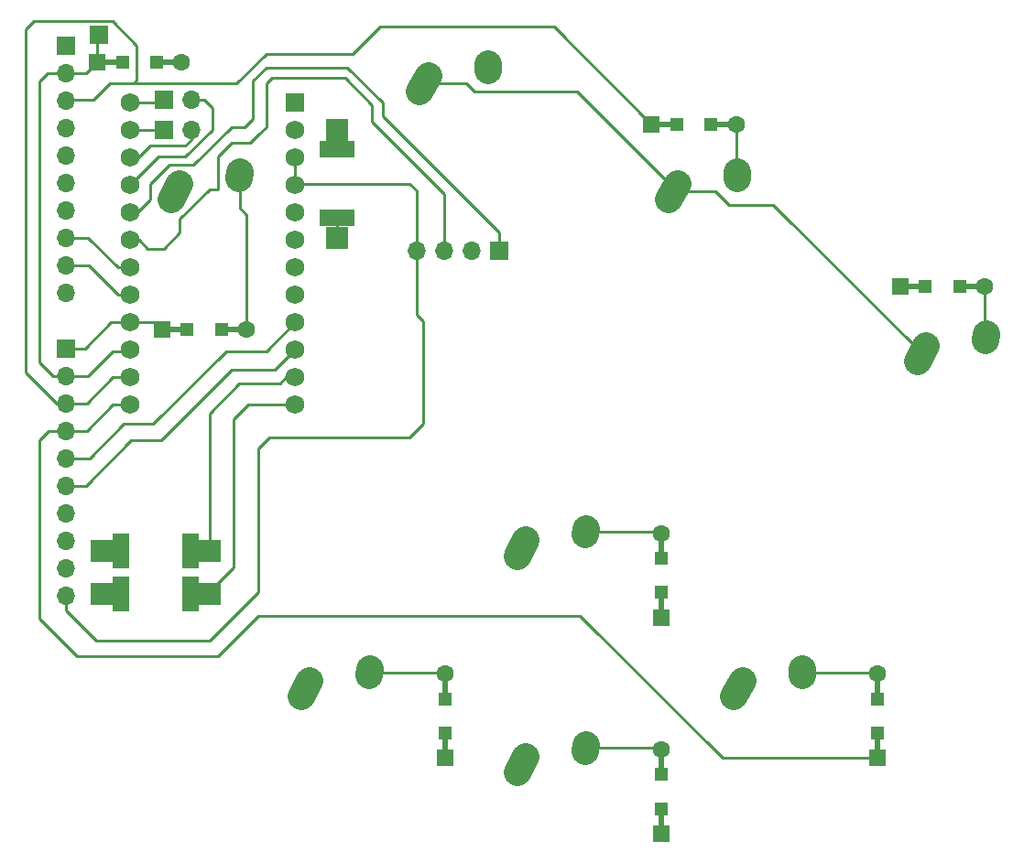
<source format=gbr>
G04 #@! TF.GenerationSoftware,KiCad,Pcbnew,(5.1.2)-2*
G04 #@! TF.CreationDate,2019-07-07T18:04:58+10:00*
G04 #@! TF.ProjectId,Right_Combined_Micro,52696768-745f-4436-9f6d-62696e65645f,rev?*
G04 #@! TF.SameCoordinates,Original*
G04 #@! TF.FileFunction,Copper,L1,Top*
G04 #@! TF.FilePolarity,Positive*
%FSLAX46Y46*%
G04 Gerber Fmt 4.6, Leading zero omitted, Abs format (unit mm)*
G04 Created by KiCad (PCBNEW (5.1.2)-2) date 2019-07-07 18:04:58*
%MOMM*%
%LPD*%
G04 APERTURE LIST*
%ADD10R,1.752600X1.752600*%
%ADD11C,1.752600*%
%ADD12R,1.200000X1.200000*%
%ADD13R,1.600000X1.600000*%
%ADD14C,1.600000*%
%ADD15R,2.500000X0.500000*%
%ADD16R,0.500000X2.500000*%
%ADD17R,1.700000X1.700000*%
%ADD18O,1.700000X1.700000*%
%ADD19C,2.500000*%
%ADD20C,2.500000*%
%ADD21R,1.600200X3.200400*%
%ADD22R,1.998980X1.998980*%
%ADD23R,3.200400X1.600200*%
%ADD24C,0.250000*%
G04 APERTURE END LIST*
D10*
X126120000Y-38530000D03*
D11*
X126120000Y-41070000D03*
X126120000Y-43610000D03*
X126120000Y-46150000D03*
X126120000Y-48690000D03*
X126120000Y-51230000D03*
X126120000Y-53770000D03*
X126120000Y-56310000D03*
X126120000Y-58850000D03*
X126120000Y-61390000D03*
X126120000Y-63930000D03*
X126120000Y-66470000D03*
X110880000Y-66470000D03*
X110880000Y-63930000D03*
X110880000Y-61390000D03*
X110880000Y-58850000D03*
X110880000Y-56310000D03*
X110880000Y-53770000D03*
X110880000Y-51230000D03*
X110880000Y-48690000D03*
X110880000Y-46150000D03*
X110880000Y-43610000D03*
X110880000Y-41070000D03*
X110880000Y-38530000D03*
D12*
X119325000Y-59500000D03*
X116175000Y-59500000D03*
D13*
X113850000Y-59500000D03*
D14*
X121650000Y-59500000D03*
D15*
X115050000Y-59500000D03*
X120450000Y-59500000D03*
D12*
X113325000Y-34750000D03*
X110175000Y-34750000D03*
D13*
X107850000Y-34750000D03*
D14*
X115650000Y-34750000D03*
D15*
X109050000Y-34750000D03*
X114450000Y-34750000D03*
D12*
X164575000Y-40500000D03*
X161425000Y-40500000D03*
D13*
X159100000Y-40500000D03*
D14*
X166900000Y-40500000D03*
D15*
X160300000Y-40500000D03*
X165700000Y-40500000D03*
D12*
X187575000Y-55500000D03*
X184425000Y-55500000D03*
D13*
X182100000Y-55500000D03*
D14*
X189900000Y-55500000D03*
D15*
X183300000Y-55500000D03*
X188700000Y-55500000D03*
D12*
X140000000Y-93675000D03*
X140000000Y-96825000D03*
D13*
X140000000Y-99150000D03*
D14*
X140000000Y-91350000D03*
D16*
X140000000Y-97950000D03*
X140000000Y-92550000D03*
D12*
X160000000Y-80675000D03*
X160000000Y-83825000D03*
D13*
X160000000Y-86150000D03*
D14*
X160000000Y-78350000D03*
D16*
X160000000Y-84950000D03*
X160000000Y-79550000D03*
D12*
X160000000Y-100675000D03*
X160000000Y-103825000D03*
D13*
X160000000Y-106150000D03*
D14*
X160000000Y-98350000D03*
D16*
X160000000Y-104950000D03*
X160000000Y-99550000D03*
D12*
X180000000Y-93675000D03*
X180000000Y-96825000D03*
D13*
X180000000Y-99150000D03*
D14*
X180000000Y-91350000D03*
D16*
X180000000Y-97950000D03*
X180000000Y-92550000D03*
D17*
X114000000Y-38250000D03*
D18*
X116540000Y-38250000D03*
D17*
X145000000Y-52250000D03*
D18*
X142460000Y-52250000D03*
X139920000Y-52250000D03*
X137380000Y-52250000D03*
D17*
X114000000Y-41000000D03*
D18*
X116540000Y-41000000D03*
D19*
X115095000Y-46730000D03*
D20*
X115500453Y-46000046D02*
X114689547Y-47459954D01*
D19*
X121020000Y-45210000D03*
D20*
X121039724Y-44920672D02*
X121000276Y-45499328D01*
D19*
X138095000Y-36730000D03*
D20*
X138500453Y-36000046D02*
X137689547Y-37459954D01*
D19*
X144020000Y-35210000D03*
D20*
X144039724Y-34920672D02*
X144000276Y-35499328D01*
D19*
X161095000Y-46730000D03*
D20*
X161500453Y-46000046D02*
X160689547Y-47459954D01*
D19*
X167020000Y-45210000D03*
D20*
X167039724Y-44920672D02*
X167000276Y-45499328D01*
D19*
X184095000Y-61730000D03*
D20*
X184500453Y-61000046D02*
X183689547Y-62459954D01*
D19*
X190020000Y-60210000D03*
D20*
X190039724Y-59920672D02*
X190000276Y-60499328D01*
D19*
X127095000Y-92730000D03*
D20*
X127500453Y-92000046D02*
X126689547Y-93459954D01*
D19*
X133020000Y-91210000D03*
D20*
X133039724Y-90920672D02*
X133000276Y-91499328D01*
D19*
X147095000Y-79730000D03*
D20*
X147500453Y-79000046D02*
X146689547Y-80459954D01*
D19*
X153020000Y-78210000D03*
D20*
X153039724Y-77920672D02*
X153000276Y-78499328D01*
D19*
X147095000Y-99730000D03*
D20*
X147500453Y-99000046D02*
X146689547Y-100459954D01*
D19*
X153020000Y-98210000D03*
D20*
X153039724Y-97920672D02*
X153000276Y-98499328D01*
D19*
X167095000Y-92730000D03*
D20*
X167500453Y-92000046D02*
X166689547Y-93459954D01*
D19*
X173020000Y-91210000D03*
D20*
X173039724Y-90920672D02*
X173000276Y-91499328D01*
D17*
X105000000Y-33250000D03*
D18*
X105000000Y-35790000D03*
X105000000Y-38330000D03*
X105000000Y-40870000D03*
X105000000Y-43410000D03*
X105000000Y-45950000D03*
X105000000Y-48490000D03*
X105000000Y-51030000D03*
X105000000Y-53570000D03*
X105000000Y-56110000D03*
D17*
X105000000Y-61250000D03*
D18*
X105000000Y-63790000D03*
X105000000Y-66330000D03*
X105000000Y-68870000D03*
X105000000Y-71410000D03*
X105000000Y-73950000D03*
X105000000Y-76490000D03*
X105000000Y-79030000D03*
X105000000Y-81570000D03*
X105000000Y-84110000D03*
D21*
X116450400Y-84000000D03*
X110049600Y-84000000D03*
D22*
X118251260Y-84000000D03*
X108248740Y-84000000D03*
D21*
X116450400Y-80000000D03*
X110049600Y-80000000D03*
D22*
X118251260Y-80000000D03*
X108248740Y-80000000D03*
D23*
X130000000Y-42799600D03*
X130000000Y-49200400D03*
D22*
X130000000Y-40998740D03*
X130000000Y-51001260D03*
D17*
X108000000Y-32250000D03*
D24*
X121020000Y-45210000D02*
X121020000Y-48270000D01*
X121020000Y-48270000D02*
X121650000Y-48900000D01*
X121650000Y-48900000D02*
X121650000Y-59500000D01*
X110880000Y-58850000D02*
X113200000Y-58850000D01*
X113200000Y-58850000D02*
X113850000Y-59500000D01*
X105000000Y-33250000D02*
X104500000Y-33250000D01*
X105000000Y-61250000D02*
X106750000Y-61250000D01*
X109150000Y-58850000D02*
X110880000Y-58850000D01*
X106750000Y-61250000D02*
X109150000Y-58850000D01*
X107850000Y-34750000D02*
X107850000Y-32400000D01*
X107850000Y-32400000D02*
X108000000Y-32250000D01*
X105000000Y-35790000D02*
X106810000Y-35790000D01*
X106810000Y-35790000D02*
X107850000Y-34750000D01*
X105000000Y-35790000D02*
X103290000Y-35790000D01*
X103790000Y-63790000D02*
X105000000Y-63790000D01*
X102500000Y-62500000D02*
X103790000Y-63790000D01*
X102500000Y-36580000D02*
X102500000Y-62500000D01*
X103290000Y-35790000D02*
X102500000Y-36580000D01*
X105000000Y-63790000D02*
X106960000Y-63790000D01*
X106960000Y-63790000D02*
X109250000Y-61500000D01*
X109250000Y-61500000D02*
X110770000Y-61500000D01*
X110770000Y-61500000D02*
X110880000Y-61390000D01*
X166900000Y-40500000D02*
X166900000Y-45090000D01*
X166900000Y-45090000D02*
X167020000Y-45210000D01*
X111250000Y-36750000D02*
X120750000Y-36750000D01*
X150100000Y-31500000D02*
X159100000Y-40500000D01*
X134000000Y-31500000D02*
X150100000Y-31500000D01*
X131500000Y-34000000D02*
X134000000Y-31500000D01*
X123500000Y-34000000D02*
X131500000Y-34000000D01*
X120750000Y-36750000D02*
X123500000Y-34000000D01*
X107500000Y-38250000D02*
X109000000Y-36750000D01*
X104080000Y-66330000D02*
X101250000Y-63500000D01*
X101250000Y-63500000D02*
X101250000Y-31750000D01*
X101250000Y-31750000D02*
X102000000Y-31000000D01*
X102000000Y-31000000D02*
X109250000Y-31000000D01*
X109250000Y-31000000D02*
X111500000Y-33250000D01*
X105080000Y-38250000D02*
X107500000Y-38250000D01*
X104080000Y-66330000D02*
X105000000Y-66330000D01*
X111500000Y-36500000D02*
X111500000Y-33250000D01*
X111250000Y-36750000D02*
X111500000Y-36500000D01*
X109000000Y-36750000D02*
X111250000Y-36750000D01*
X105080000Y-38250000D02*
X105000000Y-38330000D01*
X105000000Y-66330000D02*
X106920000Y-66330000D01*
X106920000Y-66330000D02*
X109320000Y-63930000D01*
X109320000Y-63930000D02*
X110880000Y-63930000D01*
X189900000Y-55500000D02*
X189900000Y-60090000D01*
X189900000Y-60090000D02*
X190020000Y-60210000D01*
X105000000Y-68870000D02*
X103380000Y-68870000D01*
X165650000Y-99150000D02*
X180000000Y-99150000D01*
X152500000Y-86000000D02*
X165650000Y-99150000D01*
X122750000Y-86000000D02*
X152500000Y-86000000D01*
X119000000Y-89750000D02*
X122750000Y-86000000D01*
X106000000Y-89750000D02*
X119000000Y-89750000D01*
X102500000Y-86250000D02*
X106000000Y-89750000D01*
X102500000Y-69750000D02*
X102500000Y-86250000D01*
X103380000Y-68870000D02*
X102500000Y-69750000D01*
X105000000Y-68870000D02*
X106880000Y-68870000D01*
X106880000Y-68870000D02*
X109280000Y-66470000D01*
X109280000Y-66470000D02*
X110880000Y-66470000D01*
X133020000Y-91210000D02*
X139860000Y-91210000D01*
X139860000Y-91210000D02*
X140000000Y-91350000D01*
X153020000Y-78210000D02*
X159860000Y-78210000D01*
X159860000Y-78210000D02*
X160000000Y-78350000D01*
X153020000Y-98210000D02*
X159860000Y-98210000D01*
X159860000Y-98210000D02*
X160000000Y-98350000D01*
X173020000Y-91210000D02*
X179860000Y-91210000D01*
X179860000Y-91210000D02*
X180000000Y-91350000D01*
X130000000Y-49200400D02*
X130000000Y-51001260D01*
X109750000Y-53750000D02*
X110860000Y-53750000D01*
X110860000Y-53750000D02*
X110880000Y-53770000D01*
X105000000Y-51030000D02*
X107030000Y-51030000D01*
X107030000Y-51030000D02*
X109750000Y-53750000D01*
X109750000Y-53750000D02*
X109770000Y-53770000D01*
X105000000Y-53570000D02*
X107070000Y-53570000D01*
X109810000Y-56310000D02*
X110880000Y-56310000D01*
X107070000Y-53570000D02*
X109810000Y-56310000D01*
X105000000Y-84110000D02*
X105000000Y-85500000D01*
X137380000Y-58130000D02*
X137380000Y-52250000D01*
X138000000Y-58750000D02*
X137380000Y-58130000D01*
X138000000Y-68250000D02*
X138000000Y-58750000D01*
X136750000Y-69500000D02*
X138000000Y-68250000D01*
X123750000Y-69500000D02*
X136750000Y-69500000D01*
X122750000Y-70500000D02*
X123750000Y-69500000D01*
X122750000Y-83750000D02*
X122750000Y-70500000D01*
X118250000Y-88250000D02*
X122750000Y-83750000D01*
X107750000Y-88250000D02*
X118250000Y-88250000D01*
X105000000Y-85500000D02*
X107750000Y-88250000D01*
X126120000Y-43610000D02*
X126120000Y-46150000D01*
X126120000Y-46150000D02*
X126270000Y-46000000D01*
X126270000Y-46000000D02*
X136750000Y-46000000D01*
X136750000Y-46000000D02*
X137380000Y-46630000D01*
X137380000Y-46630000D02*
X137380000Y-52250000D01*
X105000000Y-71410000D02*
X107160000Y-71410000D01*
X123470000Y-61500000D02*
X126120000Y-58850000D01*
X119750000Y-61500000D02*
X123470000Y-61500000D01*
X113000000Y-68250000D02*
X119750000Y-61500000D01*
X110320000Y-68250000D02*
X113000000Y-68250000D01*
X107160000Y-71410000D02*
X110320000Y-68250000D01*
X105000000Y-73950000D02*
X106800000Y-73950000D01*
X124260000Y-63250000D02*
X126120000Y-61390000D01*
X120250000Y-63250000D02*
X124260000Y-63250000D01*
X113750000Y-69750000D02*
X120250000Y-63250000D01*
X111000000Y-69750000D02*
X113750000Y-69750000D01*
X106800000Y-73950000D02*
X111000000Y-69750000D01*
X108248740Y-80000000D02*
X110049600Y-80000000D01*
X108248740Y-84000000D02*
X110049600Y-84000000D01*
X130000000Y-40998740D02*
X130000000Y-42799600D01*
X110880000Y-38530000D02*
X113720000Y-38530000D01*
X113720000Y-38530000D02*
X114000000Y-38250000D01*
X110880000Y-46150000D02*
X110880000Y-46120000D01*
X110880000Y-46120000D02*
X113500000Y-43500000D01*
X113500000Y-43500000D02*
X116000000Y-43500000D01*
X116000000Y-43500000D02*
X118500000Y-41000000D01*
X118500000Y-41000000D02*
X118500000Y-39000000D01*
X118500000Y-39000000D02*
X117750000Y-38250000D01*
X117750000Y-38250000D02*
X116540000Y-38250000D01*
X112750000Y-46000000D02*
X114500000Y-44250000D01*
X145000000Y-52250000D02*
X145000000Y-50500000D01*
X134250000Y-39750000D02*
X145000000Y-50500000D01*
X134250000Y-38500000D02*
X134250000Y-39750000D01*
X131000000Y-35250000D02*
X134250000Y-38500000D01*
X123500000Y-35250000D02*
X131000000Y-35250000D01*
X112750000Y-47500000D02*
X112750000Y-46000000D01*
X112750000Y-47500000D02*
X111560000Y-48690000D01*
X122250000Y-36500000D02*
X123500000Y-35250000D01*
X122250000Y-40000000D02*
X122250000Y-36500000D01*
X121500000Y-40750000D02*
X122250000Y-40000000D01*
X120250000Y-40750000D02*
X121500000Y-40750000D01*
X116750000Y-44250000D02*
X120250000Y-40750000D01*
X114500000Y-44250000D02*
X116750000Y-44250000D01*
X110880000Y-48690000D02*
X111560000Y-48690000D01*
X118250000Y-46500000D02*
X119000000Y-46500000D01*
X122750000Y-41500000D02*
X123500000Y-40750000D01*
X123500000Y-40750000D02*
X123500000Y-36750000D01*
X123500000Y-36750000D02*
X124000000Y-36250000D01*
X115500000Y-49250000D02*
X118250000Y-46500000D01*
X115500000Y-50500000D02*
X115500000Y-49250000D01*
X114000000Y-52000000D02*
X115500000Y-50500000D01*
X112500000Y-52000000D02*
X114000000Y-52000000D01*
X111730000Y-51230000D02*
X112500000Y-52000000D01*
X139920000Y-46920000D02*
X139920000Y-52250000D01*
X133250000Y-40250000D02*
X139920000Y-46920000D01*
X133250000Y-38750000D02*
X133250000Y-40250000D01*
X130750000Y-36250000D02*
X133250000Y-38750000D01*
X124000000Y-36250000D02*
X130750000Y-36250000D01*
X122000000Y-42250000D02*
X122750000Y-41500000D01*
X120250000Y-42250000D02*
X122000000Y-42250000D01*
X119000000Y-43500000D02*
X120250000Y-42250000D01*
X119000000Y-46500000D02*
X119000000Y-43500000D01*
X110880000Y-51230000D02*
X111730000Y-51230000D01*
X110880000Y-43610000D02*
X111640000Y-43610000D01*
X111640000Y-43610000D02*
X112750000Y-42500000D01*
X112750000Y-42500000D02*
X116000000Y-42500000D01*
X116000000Y-42500000D02*
X116540000Y-41960000D01*
X116540000Y-41960000D02*
X116540000Y-41000000D01*
X161095000Y-46730000D02*
X164980000Y-46730000D01*
X170365000Y-48000000D02*
X184095000Y-61730000D01*
X166250000Y-48000000D02*
X170365000Y-48000000D01*
X164980000Y-46730000D02*
X166250000Y-48000000D01*
X138095000Y-36730000D02*
X141980000Y-36730000D01*
X152250000Y-37500000D02*
X161095000Y-46345000D01*
X142750000Y-37500000D02*
X152250000Y-37500000D01*
X141980000Y-36730000D02*
X142750000Y-37500000D01*
X161095000Y-46345000D02*
X161095000Y-46730000D01*
X116450400Y-84000000D02*
X118251260Y-84000000D01*
X118251260Y-84000000D02*
X118251260Y-83748740D01*
X118251260Y-83748740D02*
X120500000Y-81500000D01*
X120500000Y-81500000D02*
X120500000Y-67750000D01*
X120500000Y-67750000D02*
X121780000Y-66470000D01*
X121780000Y-66470000D02*
X126120000Y-66470000D01*
X116450400Y-80000000D02*
X118251260Y-80000000D01*
X118251260Y-80000000D02*
X118251260Y-67248740D01*
X124750000Y-64500000D02*
X125320000Y-63930000D01*
X121000000Y-64500000D02*
X124750000Y-64500000D01*
X118251260Y-67248740D02*
X121000000Y-64500000D01*
X125320000Y-63930000D02*
X126120000Y-63930000D01*
X110880000Y-41070000D02*
X113930000Y-41070000D01*
X113930000Y-41070000D02*
X114000000Y-41000000D01*
M02*

</source>
